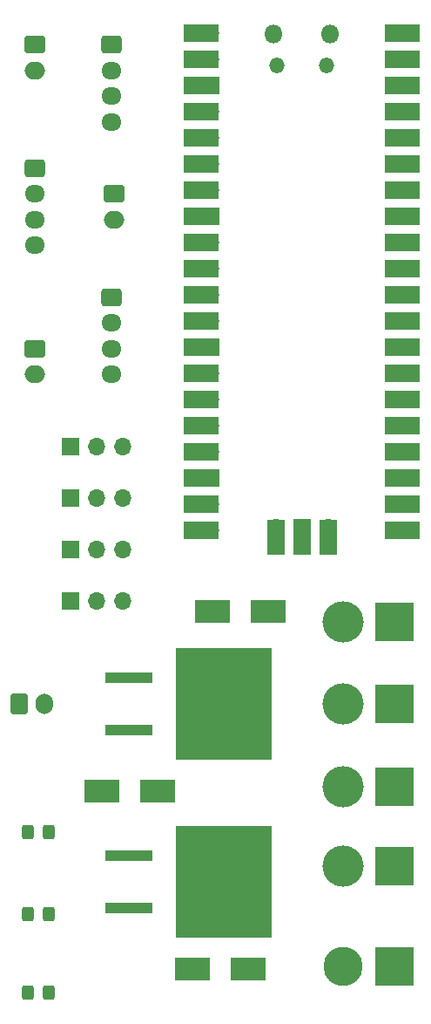
<source format=gts>
%TF.GenerationSoftware,KiCad,Pcbnew,(6.0.0)*%
%TF.CreationDate,2022-01-02T23:15:28+00:00*%
%TF.ProjectId,main_distro,6d61696e-5f64-4697-9374-726f2e6b6963,rev?*%
%TF.SameCoordinates,Original*%
%TF.FileFunction,Soldermask,Top*%
%TF.FilePolarity,Negative*%
%FSLAX46Y46*%
G04 Gerber Fmt 4.6, Leading zero omitted, Abs format (unit mm)*
G04 Created by KiCad (PCBNEW (6.0.0)) date 2022-01-02 23:15:28*
%MOMM*%
%LPD*%
G01*
G04 APERTURE LIST*
G04 Aperture macros list*
%AMRoundRect*
0 Rectangle with rounded corners*
0 $1 Rounding radius*
0 $2 $3 $4 $5 $6 $7 $8 $9 X,Y pos of 4 corners*
0 Add a 4 corners polygon primitive as box body*
4,1,4,$2,$3,$4,$5,$6,$7,$8,$9,$2,$3,0*
0 Add four circle primitives for the rounded corners*
1,1,$1+$1,$2,$3*
1,1,$1+$1,$4,$5*
1,1,$1+$1,$6,$7*
1,1,$1+$1,$8,$9*
0 Add four rect primitives between the rounded corners*
20,1,$1+$1,$2,$3,$4,$5,0*
20,1,$1+$1,$4,$5,$6,$7,0*
20,1,$1+$1,$6,$7,$8,$9,0*
20,1,$1+$1,$8,$9,$2,$3,0*%
G04 Aperture macros list end*
%ADD10R,4.600000X1.100000*%
%ADD11R,9.400000X10.800000*%
%ADD12O,1.500000X1.500000*%
%ADD13O,1.800000X1.800000*%
%ADD14O,1.700000X1.700000*%
%ADD15R,3.500000X1.700000*%
%ADD16R,1.700000X1.700000*%
%ADD17R,1.700000X3.500000*%
%ADD18RoundRect,0.250000X0.325000X0.450000X-0.325000X0.450000X-0.325000X-0.450000X0.325000X-0.450000X0*%
%ADD19RoundRect,0.250000X-0.750000X0.600000X-0.750000X-0.600000X0.750000X-0.600000X0.750000X0.600000X0*%
%ADD20O,2.000000X1.700000*%
%ADD21RoundRect,0.250000X-0.725000X0.600000X-0.725000X-0.600000X0.725000X-0.600000X0.725000X0.600000X0*%
%ADD22O,1.950000X1.700000*%
%ADD23R,3.800000X3.800000*%
%ADD24C,4.000000*%
%ADD25RoundRect,0.250000X-0.600000X-0.750000X0.600000X-0.750000X0.600000X0.750000X-0.600000X0.750000X0*%
%ADD26O,1.700000X2.000000*%
%ADD27R,3.500000X2.300000*%
%ADD28C,3.800000*%
G04 APERTURE END LIST*
D10*
%TO.C,U3*%
X85225000Y-124460000D03*
D11*
X94375000Y-127000000D03*
D10*
X85225000Y-129540000D03*
%TD*%
D12*
%TO.C,U1*%
X104425000Y-65030000D03*
X99575000Y-65030000D03*
D13*
X104725000Y-62000000D03*
X99275000Y-62000000D03*
D14*
X93110000Y-61870000D03*
D15*
X92210000Y-61870000D03*
D14*
X93110000Y-64410000D03*
D15*
X92210000Y-64410000D03*
X92210000Y-66950000D03*
D16*
X93110000Y-66950000D03*
D14*
X93110000Y-69490000D03*
D15*
X92210000Y-69490000D03*
D14*
X93110000Y-72030000D03*
D15*
X92210000Y-72030000D03*
X92210000Y-74570000D03*
D14*
X93110000Y-74570000D03*
D15*
X92210000Y-77110000D03*
D14*
X93110000Y-77110000D03*
D15*
X92210000Y-79650000D03*
D16*
X93110000Y-79650000D03*
D14*
X93110000Y-82190000D03*
D15*
X92210000Y-82190000D03*
X92210000Y-84730000D03*
D14*
X93110000Y-84730000D03*
D15*
X92210000Y-87270000D03*
D14*
X93110000Y-87270000D03*
D15*
X92210000Y-89810000D03*
D14*
X93110000Y-89810000D03*
D15*
X92210000Y-92350000D03*
D16*
X93110000Y-92350000D03*
D15*
X92210000Y-94890000D03*
D14*
X93110000Y-94890000D03*
D15*
X92210000Y-97430000D03*
D14*
X93110000Y-97430000D03*
X93110000Y-99970000D03*
D15*
X92210000Y-99970000D03*
X92210000Y-102510000D03*
D14*
X93110000Y-102510000D03*
D16*
X93110000Y-105050000D03*
D15*
X92210000Y-105050000D03*
X92210000Y-107590000D03*
D14*
X93110000Y-107590000D03*
X93110000Y-110130000D03*
D15*
X92210000Y-110130000D03*
X111790000Y-110130000D03*
D14*
X110890000Y-110130000D03*
D15*
X111790000Y-107590000D03*
D14*
X110890000Y-107590000D03*
D16*
X110890000Y-105050000D03*
D15*
X111790000Y-105050000D03*
X111790000Y-102510000D03*
D14*
X110890000Y-102510000D03*
D15*
X111790000Y-99970000D03*
D14*
X110890000Y-99970000D03*
D15*
X111790000Y-97430000D03*
D14*
X110890000Y-97430000D03*
D15*
X111790000Y-94890000D03*
D14*
X110890000Y-94890000D03*
D15*
X111790000Y-92350000D03*
D16*
X110890000Y-92350000D03*
D15*
X111790000Y-89810000D03*
D14*
X110890000Y-89810000D03*
X110890000Y-87270000D03*
D15*
X111790000Y-87270000D03*
X111790000Y-84730000D03*
D14*
X110890000Y-84730000D03*
D15*
X111790000Y-82190000D03*
D14*
X110890000Y-82190000D03*
D16*
X110890000Y-79650000D03*
D15*
X111790000Y-79650000D03*
X111790000Y-77110000D03*
D14*
X110890000Y-77110000D03*
X110890000Y-74570000D03*
D15*
X111790000Y-74570000D03*
X111790000Y-72030000D03*
D14*
X110890000Y-72030000D03*
X110890000Y-69490000D03*
D15*
X111790000Y-69490000D03*
D16*
X110890000Y-66950000D03*
D15*
X111790000Y-66950000D03*
D14*
X110890000Y-64410000D03*
D15*
X111790000Y-64410000D03*
D14*
X110890000Y-61870000D03*
D15*
X111790000Y-61870000D03*
D14*
X99460000Y-109900000D03*
D17*
X99460000Y-110800000D03*
D16*
X102000000Y-109900000D03*
D17*
X102000000Y-110800000D03*
X104540000Y-110800000D03*
D14*
X104540000Y-109900000D03*
%TD*%
D18*
%TO.C,D1*%
X77425000Y-155000000D03*
X75375000Y-155000000D03*
%TD*%
%TO.C,D2*%
X77425000Y-147400000D03*
X75375000Y-147400000D03*
%TD*%
%TO.C,D3*%
X77425000Y-139400000D03*
X75375000Y-139400000D03*
%TD*%
D19*
%TO.C,J1*%
X76000000Y-63000000D03*
D20*
X76000000Y-65500000D03*
%TD*%
D19*
%TO.C,J2*%
X83750000Y-77500000D03*
D20*
X83750000Y-80000000D03*
%TD*%
D19*
%TO.C,J3*%
X76000000Y-92500000D03*
D20*
X76000000Y-95000000D03*
%TD*%
D21*
%TO.C,J4*%
X83500000Y-63000000D03*
D22*
X83500000Y-65500000D03*
X83500000Y-68000000D03*
X83500000Y-70500000D03*
%TD*%
D21*
%TO.C,J5*%
X76000000Y-75000000D03*
D22*
X76000000Y-77500000D03*
X76000000Y-80000000D03*
X76000000Y-82500000D03*
%TD*%
D21*
%TO.C,J6*%
X83500000Y-87500000D03*
D22*
X83500000Y-90000000D03*
X83500000Y-92500000D03*
X83500000Y-95000000D03*
%TD*%
D16*
%TO.C,J16*%
X79500000Y-117000000D03*
D14*
X82040000Y-117000000D03*
X84580000Y-117000000D03*
%TD*%
D16*
%TO.C,J14*%
X79500000Y-112000000D03*
D14*
X82040000Y-112000000D03*
X84580000Y-112000000D03*
%TD*%
D23*
%TO.C,J9*%
X111000000Y-119000000D03*
D24*
X106000000Y-119000000D03*
%TD*%
D23*
%TO.C,J11*%
X111000000Y-127000000D03*
D24*
X106000000Y-127000000D03*
%TD*%
D23*
%TO.C,J8*%
X111000000Y-135000000D03*
D24*
X106000000Y-135000000D03*
%TD*%
D16*
%TO.C,J13*%
X79500000Y-102000000D03*
D14*
X82040000Y-102000000D03*
X84580000Y-102000000D03*
%TD*%
D25*
%TO.C,J12*%
X74500000Y-127000000D03*
D26*
X77000000Y-127000000D03*
%TD*%
D27*
%TO.C,D6*%
X93300000Y-118000000D03*
X98700000Y-118000000D03*
%TD*%
D23*
%TO.C,J10*%
X111000000Y-142750000D03*
D24*
X106000000Y-142750000D03*
%TD*%
D10*
%TO.C,U2*%
X85225000Y-141735000D03*
D11*
X94375000Y-144275000D03*
D10*
X85225000Y-146815000D03*
%TD*%
D27*
%TO.C,D5*%
X82600000Y-135500000D03*
X88000000Y-135500000D03*
%TD*%
D23*
%TO.C,J7*%
X111000000Y-152500000D03*
D28*
X106000000Y-152500000D03*
%TD*%
D27*
%TO.C,D4*%
X91350000Y-152750000D03*
X96750000Y-152750000D03*
%TD*%
D16*
%TO.C,J15*%
X79500000Y-107000000D03*
D14*
X82040000Y-107000000D03*
X84580000Y-107000000D03*
%TD*%
M02*

</source>
